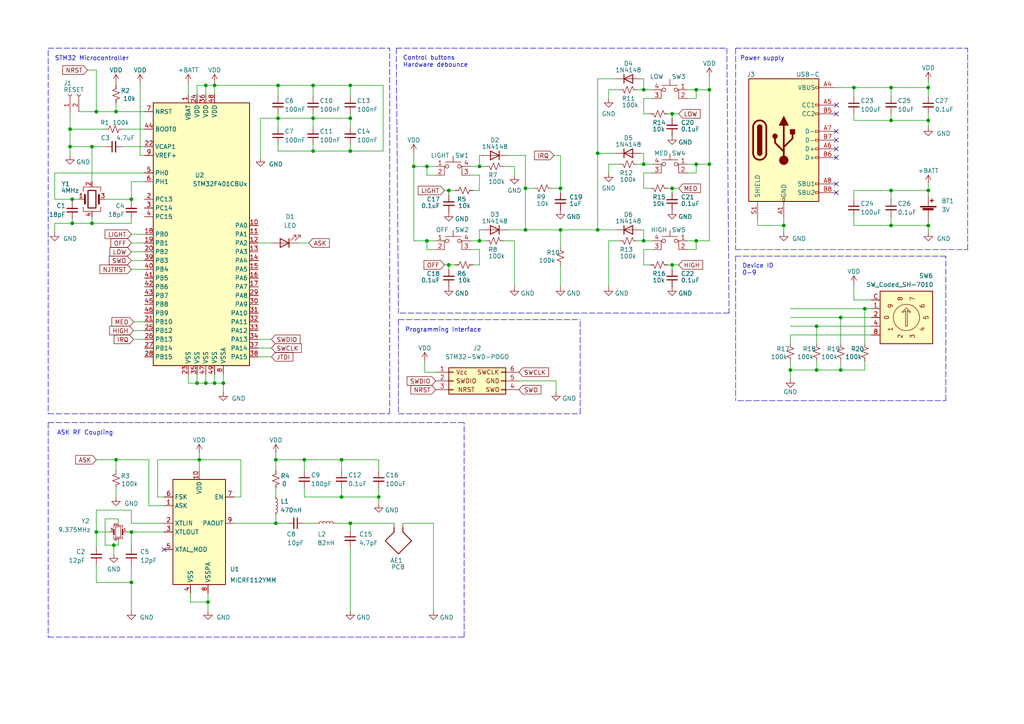
<source format=kicad_sch>
(kicad_sch (version 20211123) (generator eeschema)
  (paper "A4")
  (title_block (title "Holworthy Fan Remote") (date "2022-08-22") (rev "1") (company "matei repair lab"))
  (junction (at 258.445 55.245))
  (junction (at 162.56 66.675))
  (junction (at 20.955 64.77))
  (junction (at 247.65 25.4))
  (junction (at 101.6 43.815))
  (junction (at 201.93 47.625))
  (junction (at 205.74 47.625))
  (junction (at 80.01 133.35))
  (junction (at 186.69 47.625))
  (junction (at 101.6 24.765))
  (junction (at 258.445 65.405))
  (junction (at 258.445 34.925))
  (junction (at 269.24 25.4))
  (junction (at 90.805 43.815))
  (junction (at 236.855 107.315))
  (junction (at 227.33 65.405))
  (junction (at 109.855 144.145))
  (junction (at 62.23 111.125))
  (junction (at 139.065 48.26))
  (junction (at 194.945 54.61))
  (junction (at 130.175 76.835))
  (junction (at 99.06 133.35))
  (junction (at 162.56 54.61))
  (junction (at 80.645 34.29))
  (junction (at 201.93 26.035))
  (junction (at 229.235 107.315))
  (junction (at 201.93 69.85))
  (junction (at 194.945 33.02))
  (junction (at 194.945 76.835))
  (junction (at 88.265 133.35))
  (junction (at 59.69 111.125))
  (junction (at 26.67 64.77))
  (junction (at 33.655 32.385))
  (junction (at 80.645 24.765))
  (junction (at 130.175 55.245))
  (junction (at 27.94 32.385))
  (junction (at 59.69 24.765))
  (junction (at 243.84 92.075))
  (junction (at 57.15 111.125))
  (junction (at 120.015 48.26))
  (junction (at 62.23 24.765))
  (junction (at 186.69 26.035))
  (junction (at 20.32 42.545))
  (junction (at 123.825 48.26))
  (junction (at 20.955 57.785))
  (junction (at 26.67 42.545))
  (junction (at 90.805 34.29))
  (junction (at 173.355 44.45))
  (junction (at 57.785 133.35))
  (junction (at 80.01 151.765))
  (junction (at 101.6 34.29))
  (junction (at 33.655 133.35))
  (junction (at 236.855 94.615))
  (junction (at 101.6 151.765))
  (junction (at 186.69 69.85))
  (junction (at 139.065 69.85))
  (junction (at 269.24 34.925))
  (junction (at 38.1 168.91))
  (junction (at 33.02 158.115))
  (junction (at 269.24 55.245))
  (junction (at 243.84 107.315))
  (junction (at 123.825 69.85))
  (junction (at 20.32 37.465))
  (junction (at 250.825 89.535))
  (junction (at 90.805 24.765))
  (junction (at 173.355 66.675))
  (junction (at 27.94 154.305))
  (junction (at 60.325 174.625))
  (junction (at 205.74 26.035))
  (junction (at 38.1 57.785))
  (junction (at 64.77 111.125))
  (junction (at 258.445 25.4))
  (junction (at 152.4 66.675))
  (junction (at 269.24 65.405))
  (junction (at 38.1 154.305))
  (junction (at 152.4 54.61))
  (junction (at 99.06 144.145))
  (no_connect (at 242.57 55.88))
  (no_connect (at 242.57 53.34))
  (no_connect (at 242.57 40.64))
  (no_connect (at 242.57 38.1))
  (no_connect (at 242.57 43.18))
  (no_connect (at 242.57 45.72))
  (no_connect (at 47.625 159.385))
  (no_connect (at 242.57 33.02))
  (no_connect (at 242.57 30.48))
  (wire (pts (xy 205.74 26.035) (xy 201.93 26.035)))
  (wire (pts (xy 193.675 54.61) (xy 194.945 54.61)))
  (wire (pts (xy 20.955 64.77) (xy 15.875 64.77)))
  (wire (pts (xy 243.84 104.775) (xy 243.84 107.315)))
  (wire (pts (xy 227.33 65.405) (xy 227.33 63.5)))
  (wire (pts (xy 101.6 41.91) (xy 101.6 43.815)))
  (wire (pts (xy 80.645 41.91) (xy 80.645 43.815)))
  (wire (pts (xy 229.235 97.155) (xy 229.235 99.695)))
  (wire (pts (xy 247.65 55.245) (xy 258.445 55.245)))
  (wire (pts (xy 38.1 154.305) (xy 47.625 154.305)))
  (wire (pts (xy 219.71 63.5) (xy 219.71 65.405)))
  (wire (pts (xy 74.93 98.425) (xy 78.74 98.425)))
  (wire (pts (xy 258.445 62.865) (xy 258.445 65.405)))
  (wire (pts (xy 101.6 151.765) (xy 101.6 153.67)))
  (wire (pts (xy 179.705 69.85) (xy 176.53 69.85)))
  (wire (pts (xy 33.655 133.35) (xy 43.18 133.35)))
  (wire (pts (xy 149.225 69.85) (xy 149.225 83.185)))
  (wire (pts (xy 80.01 133.35) (xy 80.01 136.525)))
  (wire (pts (xy 26.67 42.545) (xy 30.48 42.545)))
  (wire (pts (xy 186.69 54.61) (xy 188.595 54.61)))
  (wire (pts (xy 80.645 24.765) (xy 90.805 24.765)))
  (wire (pts (xy 136.525 72.39) (xy 139.065 72.39)))
  (wire (pts (xy 258.445 25.4) (xy 269.24 25.4)))
  (wire (pts (xy 139.065 48.26) (xy 140.97 48.26)))
  (polyline (pts (xy 213.36 72.39) (xy 280.67 72.39)))
  (wire (pts (xy 189.23 72.39) (xy 186.69 72.39)))
  (wire (pts (xy 101.6 34.29) (xy 101.6 36.83)))
  (wire (pts (xy 252.73 89.535) (xy 250.825 89.535)))
  (wire (pts (xy 247.65 25.4) (xy 247.65 27.94)))
  (wire (pts (xy 199.39 50.165) (xy 201.93 50.165)))
  (wire (pts (xy 67.945 151.765) (xy 80.01 151.765)))
  (polyline (pts (xy 168.275 120.015) (xy 168.275 92.71)))
  (polyline (pts (xy 114.935 13.97) (xy 115.57 90.805)))
  (wire (pts (xy 38.1 58.42) (xy 38.1 57.785)))
  (wire (pts (xy 186.69 69.85) (xy 186.69 66.675)))
  (wire (pts (xy 188.595 76.835) (xy 186.69 76.835)))
  (polyline (pts (xy 13.97 13.97) (xy 113.03 13.97)))
  (wire (pts (xy 38.1 70.485) (xy 41.91 70.485)))
  (wire (pts (xy 258.445 33.02) (xy 258.445 34.925)))
  (wire (pts (xy 186.69 44.45) (xy 186.055 44.45)))
  (wire (pts (xy 75.565 34.29) (xy 75.565 45.72)))
  (wire (pts (xy 109.855 141.605) (xy 109.855 144.145)))
  (wire (pts (xy 54.61 108.585) (xy 54.61 111.125)))
  (wire (pts (xy 269.24 55.245) (xy 269.24 56.515)))
  (wire (pts (xy 40.64 24.13) (xy 40.64 45.085)))
  (wire (pts (xy 162.56 83.185) (xy 162.56 76.835)))
  (wire (pts (xy 27.94 154.305) (xy 27.94 147.955)))
  (wire (pts (xy 88.265 133.35) (xy 88.265 136.525)))
  (wire (pts (xy 27.94 133.35) (xy 33.655 133.35)))
  (wire (pts (xy 27.94 163.83) (xy 27.94 168.91)))
  (wire (pts (xy 269.24 25.4) (xy 269.24 27.94)))
  (wire (pts (xy 136.525 48.26) (xy 139.065 48.26)))
  (wire (pts (xy 236.855 94.615) (xy 236.855 99.695)))
  (wire (pts (xy 123.825 69.85) (xy 126.365 69.85)))
  (wire (pts (xy 30.48 150.495) (xy 30.48 158.115)))
  (wire (pts (xy 152.4 66.675) (xy 147.32 66.675)))
  (wire (pts (xy 60.325 174.625) (xy 60.325 177.165)))
  (wire (pts (xy 189.23 47.625) (xy 186.69 47.625)))
  (wire (pts (xy 123.825 48.26) (xy 126.365 48.26)))
  (polyline (pts (xy 113.03 120.015) (xy 113.03 13.97)))
  (wire (pts (xy 258.445 25.4) (xy 258.445 27.94)))
  (wire (pts (xy 247.65 65.405) (xy 247.65 62.865)))
  (wire (pts (xy 57.15 24.765) (xy 59.69 24.765)))
  (wire (pts (xy 201.93 28.575) (xy 201.93 26.035)))
  (wire (pts (xy 258.445 65.405) (xy 247.65 65.405)))
  (wire (pts (xy 35.56 37.465) (xy 41.91 37.465)))
  (wire (pts (xy 90.805 24.765) (xy 101.6 24.765)))
  (wire (pts (xy 139.065 55.245) (xy 137.16 55.245)))
  (wire (pts (xy 90.805 33.02) (xy 90.805 34.29)))
  (wire (pts (xy 99.06 133.35) (xy 99.06 136.525)))
  (wire (pts (xy 250.825 89.535) (xy 229.235 89.535)))
  (wire (pts (xy 99.06 141.605) (xy 99.06 144.145)))
  (wire (pts (xy 258.445 55.245) (xy 258.445 57.785)))
  (wire (pts (xy 160.655 45.085) (xy 162.56 45.085)))
  (wire (pts (xy 35.56 42.545) (xy 41.91 42.545)))
  (wire (pts (xy 99.06 133.35) (xy 109.855 133.35)))
  (wire (pts (xy 269.24 53.34) (xy 269.24 55.245)))
  (polyline (pts (xy 13.97 122.555) (xy 13.97 184.785)))
  (wire (pts (xy 269.24 65.405) (xy 258.445 65.405)))
  (wire (pts (xy 242.57 25.4) (xy 247.65 25.4)))
  (wire (pts (xy 74.93 103.505) (xy 78.74 103.505)))
  (wire (pts (xy 140.97 69.85) (xy 139.065 69.85)))
  (polyline (pts (xy 213.36 13.97) (xy 280.67 13.97)))
  (wire (pts (xy 186.69 26.035) (xy 184.785 26.035)))
  (wire (pts (xy 38.1 52.705) (xy 41.91 52.705)))
  (wire (pts (xy 74.93 100.965) (xy 78.74 100.965)))
  (wire (pts (xy 80.01 151.765) (xy 83.185 151.765)))
  (wire (pts (xy 80.645 34.29) (xy 90.805 34.29)))
  (wire (pts (xy 80.01 149.225) (xy 80.01 151.765)))
  (wire (pts (xy 101.6 158.75) (xy 101.6 177.165)))
  (wire (pts (xy 80.01 141.605) (xy 80.01 144.145)))
  (wire (pts (xy 41.91 45.085) (xy 40.64 45.085)))
  (wire (pts (xy 269.24 34.925) (xy 269.24 36.83)))
  (wire (pts (xy 15.875 50.165) (xy 41.91 50.165)))
  (wire (pts (xy 111.125 24.765) (xy 111.125 43.815)))
  (wire (pts (xy 189.23 50.165) (xy 186.69 50.165)))
  (wire (pts (xy 22.86 32.385) (xy 27.94 32.385)))
  (wire (pts (xy 101.6 151.765) (xy 114.3 151.765)))
  (wire (pts (xy 186.69 47.625) (xy 186.69 44.45)))
  (wire (pts (xy 136.525 50.8) (xy 139.065 50.8)))
  (wire (pts (xy 30.48 158.115) (xy 33.02 158.115)))
  (wire (pts (xy 189.23 26.035) (xy 186.69 26.035)))
  (wire (pts (xy 139.7 66.675) (xy 139.065 66.675)))
  (wire (pts (xy 201.93 69.85) (xy 199.39 69.85)))
  (wire (pts (xy 162.56 54.61) (xy 160.02 54.61)))
  (wire (pts (xy 33.02 158.115) (xy 34.29 158.115)))
  (polyline (pts (xy 213.36 13.97) (xy 213.36 72.39)))
  (wire (pts (xy 123.19 104.775) (xy 123.19 107.95)))
  (wire (pts (xy 54.61 111.125) (xy 57.15 111.125)))
  (wire (pts (xy 90.805 24.765) (xy 90.805 27.94)))
  (wire (pts (xy 88.265 141.605) (xy 88.265 144.145)))
  (wire (pts (xy 269.24 34.925) (xy 258.445 34.925)))
  (wire (pts (xy 62.23 111.125) (xy 64.77 111.125)))
  (wire (pts (xy 123.825 48.26) (xy 120.015 48.26)))
  (wire (pts (xy 258.445 55.245) (xy 269.24 55.245)))
  (wire (pts (xy 205.74 47.625) (xy 205.74 69.85)))
  (wire (pts (xy 27.94 168.91) (xy 38.1 168.91)))
  (wire (pts (xy 26.67 64.77) (xy 20.955 64.77)))
  (wire (pts (xy 247.65 82.55) (xy 247.65 86.995)))
  (wire (pts (xy 247.65 33.02) (xy 247.65 34.925)))
  (wire (pts (xy 243.84 92.075) (xy 243.84 99.695)))
  (wire (pts (xy 139.7 45.085) (xy 139.065 45.085)))
  (wire (pts (xy 80.01 131.445) (xy 80.01 133.35)))
  (wire (pts (xy 57.15 108.585) (xy 57.15 111.125)))
  (wire (pts (xy 150.495 110.49) (xy 161.29 110.49)))
  (wire (pts (xy 123.825 69.85) (xy 120.015 69.85)))
  (wire (pts (xy 130.175 76.835) (xy 130.175 78.105)))
  (wire (pts (xy 252.73 86.995) (xy 247.65 86.995)))
  (polyline (pts (xy 280.67 72.39) (xy 280.67 13.97)))
  (wire (pts (xy 130.175 55.245) (xy 128.905 55.245)))
  (wire (pts (xy 162.56 45.085) (xy 162.56 54.61)))
  (wire (pts (xy 57.785 133.35) (xy 57.785 136.525)))
  (wire (pts (xy 186.69 33.02) (xy 186.69 28.575)))
  (wire (pts (xy 25.4 20.32) (xy 27.94 20.32)))
  (wire (pts (xy 30.48 57.785) (xy 38.1 57.785)))
  (wire (pts (xy 139.065 48.26) (xy 139.065 45.085)))
  (wire (pts (xy 178.435 66.675) (xy 173.355 66.675)))
  (wire (pts (xy 31.75 154.305) (xy 27.94 154.305)))
  (wire (pts (xy 15.875 57.785) (xy 15.875 50.165)))
  (wire (pts (xy 186.69 47.625) (xy 184.785 47.625)))
  (wire (pts (xy 162.56 66.675) (xy 162.56 71.755)))
  (wire (pts (xy 194.945 33.02) (xy 194.945 34.29)))
  (wire (pts (xy 236.855 94.615) (xy 229.235 94.615)))
  (wire (pts (xy 199.39 28.575) (xy 201.93 28.575)))
  (wire (pts (xy 130.175 76.835) (xy 132.08 76.835)))
  (wire (pts (xy 57.785 133.35) (xy 69.85 133.35)))
  (wire (pts (xy 130.175 55.245) (xy 130.175 56.515)))
  (wire (pts (xy 194.945 76.835) (xy 194.945 78.105)))
  (wire (pts (xy 186.69 26.035) (xy 186.69 22.86)))
  (wire (pts (xy 128.905 76.835) (xy 130.175 76.835)))
  (polyline (pts (xy 13.97 14.605) (xy 13.97 120.015)))
  (wire (pts (xy 194.945 33.02) (xy 193.675 33.02)))
  (wire (pts (xy 34.29 151.765) (xy 34.29 150.495)))
  (wire (pts (xy 27.94 147.955) (xy 38.1 147.955)))
  (wire (pts (xy 252.73 94.615) (xy 236.855 94.615)))
  (wire (pts (xy 139.065 66.675) (xy 139.065 69.85)))
  (wire (pts (xy 120.015 48.26) (xy 120.015 69.85)))
  (wire (pts (xy 101.6 24.765) (xy 111.125 24.765)))
  (wire (pts (xy 173.355 66.675) (xy 162.56 66.675)))
  (polyline (pts (xy 134.62 184.785) (xy 134.62 122.555)))
  (wire (pts (xy 186.69 33.02) (xy 188.595 33.02)))
  (wire (pts (xy 20.32 42.545) (xy 20.32 45.085)))
  (wire (pts (xy 193.675 76.835) (xy 194.945 76.835)))
  (wire (pts (xy 186.69 50.165) (xy 186.69 54.61)))
  (wire (pts (xy 250.825 89.535) (xy 250.825 99.695)))
  (wire (pts (xy 57.15 24.765) (xy 57.15 27.305)))
  (wire (pts (xy 90.805 34.29) (xy 90.805 36.83)))
  (wire (pts (xy 45.72 133.35) (xy 57.785 133.35)))
  (wire (pts (xy 154.94 54.61) (xy 152.4 54.61)))
  (wire (pts (xy 60.325 174.625) (xy 60.325 172.085)))
  (wire (pts (xy 27.94 20.32) (xy 27.94 32.385)))
  (wire (pts (xy 62.23 108.585) (xy 62.23 111.125)))
  (wire (pts (xy 15.875 64.77) (xy 15.875 67.31)))
  (wire (pts (xy 229.235 107.315) (xy 229.235 104.775)))
  (wire (pts (xy 38.1 168.91) (xy 38.1 177.165)))
  (polyline (pts (xy 274.32 74.295) (xy 213.36 74.295)))
  (wire (pts (xy 101.6 33.02) (xy 101.6 34.29)))
  (wire (pts (xy 20.955 57.785) (xy 15.875 57.785)))
  (wire (pts (xy 20.32 32.385) (xy 20.32 37.465)))
  (wire (pts (xy 247.65 25.4) (xy 258.445 25.4)))
  (wire (pts (xy 125.73 151.765) (xy 125.73 177.165)))
  (wire (pts (xy 219.71 65.405) (xy 227.33 65.405)))
  (wire (pts (xy 20.32 37.465) (xy 20.32 42.545)))
  (wire (pts (xy 36.83 154.305) (xy 38.1 154.305)))
  (wire (pts (xy 179.705 47.625) (xy 176.53 47.625)))
  (wire (pts (xy 101.6 43.815) (xy 111.125 43.815)))
  (wire (pts (xy 201.93 72.39) (xy 201.93 69.85)))
  (wire (pts (xy 229.235 107.315) (xy 229.235 109.855)))
  (wire (pts (xy 126.365 50.8) (xy 123.825 50.8)))
  (wire (pts (xy 152.4 45.085) (xy 147.32 45.085)))
  (wire (pts (xy 123.19 107.95) (xy 126.365 107.95)))
  (wire (pts (xy 34.29 158.115) (xy 34.29 156.845)))
  (wire (pts (xy 139.065 50.8) (xy 139.065 55.245)))
  (wire (pts (xy 45.72 144.145) (xy 45.72 133.35)))
  (wire (pts (xy 80.645 34.29) (xy 75.565 34.29)))
  (polyline (pts (xy 115.57 92.71) (xy 168.275 92.71)))
  (wire (pts (xy 38.1 151.765) (xy 47.625 151.765)))
  (wire (pts (xy 146.05 69.85) (xy 149.225 69.85)))
  (wire (pts (xy 80.01 133.35) (xy 88.265 133.35)))
  (wire (pts (xy 243.84 92.075) (xy 229.235 92.075)))
  (wire (pts (xy 74.93 70.485) (xy 78.74 70.485)))
  (polyline (pts (xy 13.97 120.015) (xy 113.03 120.015)))
  (wire (pts (xy 59.69 108.585) (xy 59.69 111.125)))
  (wire (pts (xy 69.85 144.145) (xy 67.945 144.145)))
  (wire (pts (xy 252.73 97.155) (xy 229.235 97.155)))
  (wire (pts (xy 201.93 26.035) (xy 199.39 26.035)))
  (wire (pts (xy 250.825 104.775) (xy 250.825 107.315)))
  (polyline (pts (xy 211.455 90.805) (xy 115.57 90.805)))
  (wire (pts (xy 64.77 111.125) (xy 64.77 108.585)))
  (wire (pts (xy 196.85 33.02) (xy 194.945 33.02)))
  (wire (pts (xy 126.365 72.39) (xy 123.825 72.39)))
  (polyline (pts (xy 115.57 120.015) (xy 168.275 120.015)))
  (wire (pts (xy 43.18 146.685) (xy 47.625 146.685)))
  (wire (pts (xy 86.36 70.485) (xy 89.535 70.485)))
  (wire (pts (xy 59.69 24.765) (xy 59.69 27.305)))
  (wire (pts (xy 146.05 48.26) (xy 149.225 48.26)))
  (wire (pts (xy 205.74 22.225) (xy 205.74 26.035)))
  (wire (pts (xy 186.69 69.85) (xy 184.785 69.85)))
  (wire (pts (xy 80.645 34.29) (xy 80.645 36.83)))
  (wire (pts (xy 38.1 154.305) (xy 38.1 158.75)))
  (wire (pts (xy 139.065 76.835) (xy 139.065 72.39)))
  (wire (pts (xy 152.4 54.61) (xy 152.4 66.675)))
  (wire (pts (xy 38.1 57.785) (xy 38.1 52.705)))
  (wire (pts (xy 149.225 48.26) (xy 149.225 50.8)))
  (wire (pts (xy 80.645 43.815) (xy 90.805 43.815)))
  (wire (pts (xy 20.32 42.545) (xy 26.67 42.545)))
  (wire (pts (xy 43.18 146.685) (xy 43.18 133.35)))
  (wire (pts (xy 189.23 69.85) (xy 186.69 69.85)))
  (wire (pts (xy 227.33 65.405) (xy 227.33 67.31)))
  (wire (pts (xy 132.08 55.245) (xy 130.175 55.245)))
  (wire (pts (xy 26.67 42.545) (xy 26.67 52.705)))
  (polyline (pts (xy 213.995 116.205) (xy 274.32 116.205)))
  (wire (pts (xy 38.1 75.565) (xy 41.91 75.565)))
  (wire (pts (xy 97.155 151.765) (xy 101.6 151.765)))
  (wire (pts (xy 38.1 168.91) (xy 38.1 163.83)))
  (wire (pts (xy 99.06 144.145) (xy 88.265 144.145)))
  (wire (pts (xy 62.23 24.13) (xy 62.23 24.765)))
  (polyline (pts (xy 13.97 122.555) (xy 134.62 122.555)))
  (wire (pts (xy 152.4 45.085) (xy 152.4 54.61)))
  (wire (pts (xy 186.69 76.835) (xy 186.69 72.39)))
  (wire (pts (xy 90.805 34.29) (xy 101.6 34.29)))
  (wire (pts (xy 258.445 34.925) (xy 247.65 34.925)))
  (wire (pts (xy 38.1 147.955) (xy 38.1 151.765)))
  (wire (pts (xy 205.74 26.035) (xy 205.74 47.625)))
  (wire (pts (xy 47.625 144.145) (xy 45.72 144.145)))
  (wire (pts (xy 57.785 131.445) (xy 57.785 133.35)))
  (wire (pts (xy 176.53 69.85) (xy 176.53 83.185)))
  (wire (pts (xy 80.645 24.765) (xy 80.645 27.94)))
  (wire (pts (xy 123.825 50.8) (xy 123.825 48.26)))
  (polyline (pts (xy 210.82 13.97) (xy 211.455 90.805)))
  (wire (pts (xy 88.265 133.35) (xy 99.06 133.35)))
  (wire (pts (xy 55.245 172.085) (xy 55.245 174.625)))
  (wire (pts (xy 109.855 144.145) (xy 109.855 146.05)))
  (wire (pts (xy 22.86 57.785) (xy 20.955 57.785)))
  (wire (pts (xy 26.67 64.77) (xy 38.1 64.77)))
  (wire (pts (xy 139.065 76.835) (xy 137.16 76.835)))
  (wire (pts (xy 179.705 26.035) (xy 176.53 26.035)))
  (wire (pts (xy 236.855 107.315) (xy 229.235 107.315)))
  (wire (pts (xy 162.56 54.61) (xy 162.56 55.88)))
  (wire (pts (xy 189.23 28.575) (xy 186.69 28.575)))
  (wire (pts (xy 33.655 133.35) (xy 33.655 136.525)))
  (wire (pts (xy 20.955 58.42) (xy 20.955 57.785)))
  (wire (pts (xy 38.1 78.105) (xy 41.91 78.105)))
  (wire (pts (xy 186.69 22.86) (xy 186.055 22.86)))
  (wire (pts (xy 69.85 133.35) (xy 69.85 144.145)))
  (wire (pts (xy 59.69 24.765) (xy 62.23 24.765)))
  (wire (pts (xy 173.355 22.86) (xy 173.355 44.45)))
  (wire (pts (xy 269.24 65.405) (xy 269.24 67.31)))
  (wire (pts (xy 59.69 111.125) (xy 62.23 111.125)))
  (wire (pts (xy 62.23 24.765) (xy 62.23 27.305)))
  (wire (pts (xy 62.23 24.765) (xy 80.645 24.765)))
  (wire (pts (xy 201.93 50.165) (xy 201.93 47.625)))
  (wire (pts (xy 123.825 72.39) (xy 123.825 69.85)))
  (wire (pts (xy 201.93 47.625) (xy 199.39 47.625)))
  (wire (pts (xy 27.94 32.385) (xy 33.655 32.385)))
  (wire (pts (xy 80.645 33.02) (xy 80.645 34.29)))
  (wire (pts (xy 109.855 133.35) (xy 109.855 136.525)))
  (polyline (pts (xy 274.32 116.205) (xy 274.32 74.295)))
  (wire (pts (xy 88.265 151.765) (xy 92.075 151.765)))
  (polyline (pts (xy 114.935 13.97) (xy 210.82 13.97)))
  (wire (pts (xy 55.245 174.625) (xy 60.325 174.625)))
  (wire (pts (xy 162.56 66.675) (xy 152.4 66.675)))
  (wire (pts (xy 26.67 64.77) (xy 26.67 62.865)))
  (wire (pts (xy 109.855 144.145) (xy 99.06 144.145)))
  (wire (pts (xy 38.735 98.425) (xy 41.91 98.425)))
  (wire (pts (xy 64.77 111.125) (xy 64.77 113.665)))
  (wire (pts (xy 236.855 104.775) (xy 236.855 107.315)))
  (wire (pts (xy 139.065 69.85) (xy 136.525 69.85)))
  (wire (pts (xy 178.435 22.86) (xy 173.355 22.86)))
  (wire (pts (xy 178.435 44.45) (xy 173.355 44.45)))
  (wire (pts (xy 269.24 64.135) (xy 269.24 65.405)))
  (wire (pts (xy 90.805 41.91) (xy 90.805 43.815)))
  (wire (pts (xy 252.73 92.075) (xy 243.84 92.075)))
  (wire (pts (xy 38.735 95.885) (xy 41.91 95.885)))
  (wire (pts (xy 27.94 154.305) (xy 27.94 158.75)))
  (wire (pts (xy 90.805 43.815) (xy 101.6 43.815)))
  (wire (pts (xy 33.02 158.115) (xy 33.02 160.655)))
  (wire (pts (xy 173.355 44.45) (xy 173.355 66.675)))
  (wire (pts (xy 199.39 72.39) (xy 201.93 72.39)))
  (wire (pts (xy 186.69 66.675) (xy 186.055 66.675)))
  (wire (pts (xy 194.945 76.835) (xy 196.85 76.835)))
  (wire (pts (xy 34.29 150.495) (xy 30.48 150.495)))
  (wire (pts (xy 38.1 64.77) (xy 38.1 63.5)))
  (wire (pts (xy 116.84 151.765) (xy 125.73 151.765)))
  (polyline (pts (xy 115.57 92.71) (xy 115.57 120.015)))
  (wire (pts (xy 33.655 29.845) (xy 33.655 32.385)))
  (wire (pts (xy 120.015 44.45) (xy 120.015 48.26)))
  (wire (pts (xy 205.74 69.85) (xy 201.93 69.85)))
  (polyline (pts (xy 13.97 184.785) (xy 134.62 184.785)))
  (wire (pts (xy 20.955 64.77) (xy 20.955 63.5)))
  (wire (pts (xy 33.655 141.605) (xy 33.655 144.145)))
  (wire (pts (xy 194.945 54.61) (xy 196.85 54.61)))
  (wire (pts (xy 194.945 54.61) (xy 194.945 55.88)))
  (wire (pts (xy 57.15 111.125) (xy 59.69 111.125)))
  (wire (pts (xy 205.74 47.625) (xy 201.93 47.625)))
  (wire (pts (xy 176.53 26.035) (xy 176.53 28.575)))
  (wire (pts (xy 243.84 107.315) (xy 236.855 107.315)))
  (wire (pts (xy 101.6 24.765) (xy 101.6 27.94)))
  (wire (pts (xy 176.53 47.625) (xy 176.53 50.165)))
  (wire (pts (xy 161.29 110.49) (xy 161.29 113.665)))
  (polyline (pts (xy 213.36 74.295) (xy 213.36 116.205)))
  (wire (pts (xy 38.735 93.345) (xy 41.91 93.345)))
  (wire (pts (xy 269.24 33.02) (xy 269.24 34.925)))
  (wire (pts (xy 20.32 37.465) (xy 30.48 37.465)))
  (wire (pts (xy 54.61 24.13) (xy 54.61 27.305)))
  (wire (pts (xy 269.24 23.495) (xy 269.24 25.4)))
  (wire (pts (xy 38.1 73.025) (xy 41.91 73.025)))
  (wire (pts (xy 41.91 32.385) (xy 33.655 32.385)))
  (wire (pts (xy 33.655 24.13) (xy 33.655 24.765)))
  (wire (pts (xy 250.825 107.315) (xy 243.84 107.315)))
  (wire (pts (xy 38.1 67.945) (xy 41.91 67.945)))
  (wire (pts (xy 247.65 57.785) (xy 247.65 55.245)))
  (text "Device ID\n0-9" (at 215.265 80.01 0) (effects (font (size 1.27 1.27)) (justify left bottom)))
  (text "Power supply" (at 214.63 17.78 0) (effects (font (size 1.27 1.27)) (justify left bottom)))
  (text "STM32 Microcontroller" (at 15.875 17.78 0) (effects (font (size 1.27 1.27)) (justify left bottom)))
  (text "ASK RF Coupling" (at 16.51 126.365 0) (effects (font (size 1.27 1.27)) (justify left bottom)))
  (text "Programming Interface" (at 117.475 96.52 0) (effects (font (size 1.27 1.27)) (justify left bottom)))
  (text "Control buttons\nHardware debounce\n" (at 116.84 19.685 0) (effects (font (size 1.27 1.27)) (justify left bottom)))
  (global_label "NRST" (shape input) (at 126.365 113.03 180) (property "Intersheet References" "${INTERSHEET_REFS}" (effects hide)))
  (global_label "JTDI" (shape input) (at 78.74 103.505 0) (property "Intersheet References" "${INTERSHEET_REFS}" (effects hide)))
  (global_label "MED" (shape input) (at 38.735 93.345 180) (property "Intersheet References" "${INTERSHEET_REFS}" (effects hide)))
  (global_label "IRQ" (shape input) (at 160.655 45.085 180) (property "Intersheet References" "${INTERSHEET_REFS}" (effects hide)))
  (global_label "LIGHT" (shape input) (at 38.1 67.945 180) (property "Intersheet References" "${INTERSHEET_REFS}" (effects hide)))
  (global_label "SWDIO" (shape input) (at 126.365 110.49 180) (property "Intersheet References" "${INTERSHEET_REFS}" (effects hide)))
  (global_label "IRQ" (shape input) (at 38.735 98.425 180) (property "Intersheet References" "${INTERSHEET_REFS}" (effects hide)))
  (global_label "NJTRST" (shape input) (at 38.1 78.105 180) (property "Intersheet References" "${INTERSHEET_REFS}" (effects hide)))
  (global_label "SWDIO" (shape input) (at 78.74 98.425 0) (property "Intersheet References" "${INTERSHEET_REFS}" (effects hide)))
  (global_label "MED" (shape input) (at 196.85 54.61 0) (property "Intersheet References" "${INTERSHEET_REFS}" (effects hide)))
  (global_label "OFF" (shape input) (at 38.1 70.485 180) (property "Intersheet References" "${INTERSHEET_REFS}" (effects hide)))
  (global_label "LIGHT" (shape input) (at 128.905 55.245 180) (property "Intersheet References" "${INTERSHEET_REFS}" (effects hide)))
  (global_label "SWO" (shape input) (at 150.495 113.03 0) (property "Intersheet References" "${INTERSHEET_REFS}" (effects hide)))
  (global_label "SWCLK" (shape input) (at 78.74 100.965 0) (property "Intersheet References" "${INTERSHEET_REFS}" (effects hide)))
  (global_label "HIGH" (shape input) (at 196.85 76.835 0) (property "Intersheet References" "${INTERSHEET_REFS}" (effects hide)))
  (global_label "SWO" (shape input) (at 38.1 75.565 180) (property "Intersheet References" "${INTERSHEET_REFS}" (effects hide)))
  (global_label "HIGH" (shape input) (at 38.735 95.885 180) (property "Intersheet References" "${INTERSHEET_REFS}" (effects hide)))
  (global_label "LOW" (shape input) (at 38.1 73.025 180) (property "Intersheet References" "${INTERSHEET_REFS}" (effects hide)))
  (global_label "NRST" (shape input) (at 25.4 20.32 180) (property "Intersheet References" "${INTERSHEET_REFS}" (effects hide)))
  (global_label "ASK" (shape input) (at 89.535 70.485 0) (property "Intersheet References" "${INTERSHEET_REFS}" (effects hide)))
  (global_label "LOW" (shape input) (at 196.85 33.02 0) (property "Intersheet References" "${INTERSHEET_REFS}" (effects hide)))
  (global_label "SWCLK" (shape input) (at 150.495 107.95 0) (property "Intersheet References" "${INTERSHEET_REFS}" (effects hide)))
  (global_label "ASK" (shape input) (at 27.94 133.35 180) (property "Intersheet References" "${INTERSHEET_REFS}" (effects hide)))
  (global_label "OFF" (shape input) (at 128.905 76.835 180) (property "Intersheet References" "${INTERSHEET_REFS}" (effects hide)))
  (symbol (lib_id "Device:R_Small_US") (at 80.01 139.065 0) (mirror y) (unit 1)
    (property "Reference" "R4" (at 84.074 138.049 0) (effects (justify left)))
    (property "Value" "0" (at 83.185 140.335 0) (effects (justify left)))
    (property "Footprint" "Resistor_SMD:R_0603_1608Metric" (effects hide))
  )
  (symbol (lib_id "Device:R_Small_US") (at 33.655 27.305 0) (mirror y) (unit 1)
    (property "Reference" "R2" (at 37.719 26.289 0) (effects (justify left)))
    (property "Value" "10k" (at 39.37 28.575 0) (effects (justify left)))
    (property "Footprint" "Resistor_SMD:R_0603_1608Metric" (effects hide))
  )
  (symbol (lib_id "matei:STM32-SWD-POGO") (at 137.795 110.49 0) (unit 1)
    (property "Reference" "J2" (at 138.43 100.965 0))
    (property "Value" "STM32-SWD-POGO" (at 138.43 103.505 0))
    (property "Footprint" "matei:SWD_pogo_landing" (effects hide))
  )
  (symbol (lib_id "Switch:SW_MEC_5E") (at 194.31 50.165 0) (mirror y) (unit 1)
    (property "Reference" "SW4" (at 196.85 44.45 0))
    (property "Value" "MED" (at 191.77 44.45 0))
    (property "Footprint" "matei:PTS526 SKG15 SMTR2 LFS" (effects hide))
    (property "Datasheet" "http://www.apem.com/int/index.php?controller=attachment&id_attachment=1371" (effects hide))
  )
  (symbol (lib_id "Device:R_Small_US") (at 182.245 26.035 270) (mirror x) (unit 1)
    (property "Reference" "R11" (at 180.34 28.575 90) (effects (justify left)))
    (property "Value" "100k" (at 180.34 30.48 90) (effects (justify left)))
    (property "Footprint" "Resistor_SMD:R_0603_1608Metric" (effects hide))
  )
  (symbol (lib_id "Device:C_Small") (at 130.175 59.055 0) (mirror x) (unit 1)
    (property "Reference" "C17" (at 127.635 57.785 0) (effects (justify right)))
    (property "Value" "0.1uF" (at 127.635 59.69 0) (effects (justify right)))
    (property "Footprint" "Capacitor_SMD:C_0603_1608Metric" (effects hide))
  )
  (symbol (lib_id "power:GND") (at 269.24 67.31 0) (mirror y) (unit 1)
    (property "Reference" "#PWR039" (effects hide))
    (property "Value" "GND" (at 273.685 69.215 0))
  )
  (symbol (lib_id "power:GND") (at 229.235 109.855 0) (unit 1)
    (property "Reference" "#PWR034" (effects hide))
    (property "Value" "GND" (at 229.235 113.665 0))
  )
  (symbol (lib_id "Device:R_Small_US") (at 229.235 102.235 0) (unit 1)
    (property "Reference" "R17" (at 225.171 101.219 0) (effects (justify left)))
    (property "Value" "100k" (at 223.52 103.505 0) (effects (justify left)))
    (property "Footprint" "Resistor_SMD:R_0603_1608Metric" (effects hide))
  )
  (symbol (lib_id "Device:R_Small_US") (at 191.135 76.835 270) (mirror x) (unit 1)
    (property "Reference" "R16" (at 189.23 79.375 90) (effects (justify left)))
    (property "Value" "10k" (at 189.23 81.28 90) (effects (justify left)))
    (property "Footprint" "Resistor_SMD:R_0603_1608Metric" (effects hide))
  )
  (symbol (lib_id "Device:C_Small") (at 162.56 58.42 180) (unit 1)
    (property "Reference" "C19" (at 165.1 57.15 0) (effects (justify right)))
    (property "Value" "1uF" (at 165.1 59.055 0) (effects (justify right)))
    (property "Footprint" "Capacitor_SMD:C_0603_1608Metric" (effects hide))
  )
  (symbol (lib_id "Device:R_Small_US") (at 134.62 55.245 90) (unit 1)
    (property "Reference" "R5" (at 135.255 57.785 90) (effects (justify left)))
    (property "Value" "10k" (at 136.525 59.69 90) (effects (justify left)))
    (property "Footprint" "Resistor_SMD:R_0603_1608Metric" (effects hide))
  )
  (symbol (lib_id "power:VDD") (at 62.23 24.13 0) (unit 1)
    (property "Reference" "#PWR011" (effects hide))
    (property "Value" "VDD" (at 62.23 20.32 0))
  )
  (symbol (lib_id "Device:C_Small") (at 38.1 161.29 180) (unit 1)
    (property "Reference" "C5" (at 40.64 160.0135 0) (effects (justify right)))
    (property "Value" "12pF" (at 40.64 162.5535 0) (effects (justify right)))
    (property "Footprint" "Capacitor_SMD:C_0603_1608Metric" (effects hide))
  )
  (symbol (lib_id "Device:R_Small_US") (at 143.51 48.26 270) (mirror x) (unit 1)
    (property "Reference" "R7" (at 141.605 50.8 90) (effects (justify left)))
    (property "Value" "100k" (at 141.605 52.705 90) (effects (justify left)))
    (property "Footprint" "Resistor_SMD:R_0603_1608Metric" (effects hide))
  )
  (symbol (lib_id "Device:C_Small") (at 194.945 36.83 180) (unit 1)
    (property "Reference" "C20" (at 197.485 35.56 0) (effects (justify right)))
    (property "Value" "0.1uF" (at 197.485 37.465 0) (effects (justify right)))
    (property "Footprint" "Capacitor_SMD:C_0603_1608Metric" (effects hide))
  )
  (symbol (lib_id "Device:R_Small_US") (at 162.56 74.295 0) (unit 1)
    (property "Reference" "R10" (at 158.496 73.279 0) (effects (justify left)))
    (property "Value" "100k" (at 156.21 75.565 0) (effects (justify left)))
    (property "Footprint" "Resistor_SMD:R_0603_1608Metric" (effects hide))
  )
  (symbol (lib_id "Device:L_Small") (at 80.01 146.685 0) (mirror x) (unit 1)
    (property "Reference" "L1" (at 83.82 145.415 0) (effects (justify right)))
    (property "Value" "470nH" (at 87.63 147.955 0) (effects (justify right)))
    (property "Footprint" "Inductor_SMD:L_0603_1608Metric" (effects hide))
  )
  (symbol (lib_id "power:GND") (at 176.53 28.575 0) (mirror y) (unit 1)
    (property "Reference" "#PWR026" (effects hide))
    (property "Value" "GND" (at 176.53 33.02 0))
  )
  (symbol (lib_id "Device:R_Small_US") (at 134.62 76.835 90) (unit 1)
    (property "Reference" "R6" (at 135.255 79.375 90) (effects (justify left)))
    (property "Value" "10k" (at 136.525 81.28 90) (effects (justify left)))
    (property "Footprint" "Resistor_SMD:R_0603_1608Metric" (effects hide))
  )
  (symbol (lib_id "Device:C_Small") (at 90.805 39.37 180) (unit 1)
    (property "Reference" "C11" (at 92.71 38.1 0) (effects (justify right)))
    (property "Value" "100nF" (at 92.71 40.64 0) (effects (justify right)))
    (property "Footprint" "Capacitor_SMD:C_0603_1608Metric" (effects hide))
  )
  (symbol (lib_id "Device:C_Small") (at 130.175 80.645 0) (mirror x) (unit 1)
    (property "Reference" "C18" (at 127.635 79.375 0) (effects (justify right)))
    (property "Value" "0.1uF" (at 127.635 81.28 0) (effects (justify right)))
    (property "Footprint" "Capacitor_SMD:C_0603_1608Metric" (effects hide))
  )
  (symbol (lib_id "Device:C_Small") (at 194.945 58.42 180) (unit 1)
    (property "Reference" "C21" (at 197.485 57.15 0) (effects (justify right)))
    (property "Value" "0.1uF" (at 197.485 59.055 0) (effects (justify right)))
    (property "Footprint" "Capacitor_SMD:C_0603_1608Metric" (effects hide))
  )
  (symbol (lib_id "power:GND") (at 38.1 177.165 0) (unit 1)
    (property "Reference" "#PWR06" (effects hide))
    (property "Value" "GND" (at 42.545 179.07 0))
  )
  (symbol (lib_id "power:GND") (at 130.175 83.185 0) (unit 1)
    (property "Reference" "#PWR020" (effects hide))
    (property "Value" "GND" (at 133.985 85.09 0))
  )
  (symbol (lib_id "power:VDD") (at 205.74 22.225 0) (mirror y) (unit 1)
    (property "Reference" "#PWR032" (effects hide))
    (property "Value" "VDD" (at 205.74 18.415 0))
  )
  (symbol (lib_id "Device:Antenna_Loop") (at 114.3 156.845 0) (mirror x) (unit 1)
    (property "Reference" "AE1" (at 116.84 162.56 0) (effects (justify right)))
    (property "Value" "PCB" (at 117.475 164.465 0) (effects (justify right)))
    (property "Footprint" "matei:antenna-300-500MHz" (effects hide))
  )
  (symbol (lib_id "Device:R_Small_US") (at 33.02 37.465 90) (unit 1)
    (property "Reference" "R1" (at 31.75 35.56 90) (effects (justify left)))
    (property "Value" "100k" (at 37.465 35.56 90) (effects (justify left)))
    (property "Footprint" "Resistor_SMD:R_0603_1608Metric" (effects hide))
  )
  (symbol (lib_id "power:GND") (at 20.32 45.085 0) (unit 1)
    (property "Reference" "#PWR02" (effects hide))
    (property "Value" "GND" (at 24.13 46.99 0))
  )
  (symbol (lib_id "Switch:SW_MEC_5E") (at 131.445 72.39 0) (unit 1)
    (property "Reference" "SW2" (at 133.985 66.675 0))
    (property "Value" "OFF" (at 128.27 66.675 0))
    (property "Footprint" "matei:PTS526 SKG15 SMTR2 LFS" (effects hide))
    (property "Datasheet" "http://www.apem.com/int/index.php?controller=attachment&id_attachment=1371" (effects hide))
  )
  (symbol (lib_id "power:VDD") (at 80.01 131.445 0) (unit 1)
    (property "Reference" "#PWR014" (effects hide))
    (property "Value" "VDD" (at 80.01 127.635 0))
  )
  (symbol (lib_id "Device:C_Small") (at 85.725 151.765 270) (unit 1)
    (property "Reference" "C8" (at 84.455 154.94 90))
    (property "Value" "10pF" (at 85.725 157.48 90))
    (property "Footprint" "Capacitor_SMD:C_0603_1608Metric" (effects hide))
  )
  (symbol (lib_id "power:GND") (at 125.73 177.165 0) (unit 1)
    (property "Reference" "#PWR0101" (effects hide))
    (property "Value" "GND" (at 129.54 179.07 0))
  )
  (symbol (lib_id "Device:D") (at 143.51 66.675 180) (unit 1)
    (property "Reference" "D3" (at 143.51 62.23 0))
    (property "Value" "1N4148" (at 143.51 64.135 0))
    (property "Footprint" "Diode_SMD:D_0603_1608Metric" (effects hide))
  )
  (symbol (lib_id "RF:MICRF112YMM") (at 57.785 154.305 0) (unit 1)
    (property "Reference" "U1" (at 66.675 165.1 0) (effects (justify left)))
    (property "Value" "MICRF112YMM" (at 66.675 168.275 0) (effects (justify left)))
    (property "Footprint" "Package_SO:MSOP-10_3x3mm_P0.5mm" (effects hide))
    (property "Datasheet" "http://ww1.microchip.com/downloads/en/DeviceDoc/MICRF112.pdf" (effects hide))
  )
  (symbol (lib_id "power:GND") (at 149.225 50.8 0) (unit 1)
    (property "Reference" "#PWR021" (effects hide))
    (property "Value" "GND" (at 149.225 55.245 0))
  )
  (symbol (lib_id "power:GND") (at 162.56 60.96 0) (unit 1)
    (property "Reference" "#PWR024" (effects hide))
    (property "Value" "GND" (at 166.37 62.865 0))
  )
  (symbol (lib_id "power:GND") (at 227.33 67.31 0) (unit 1)
    (property "Reference" "#PWR033" (effects hide))
    (property "Value" "GND" (at 231.775 69.215 0))
  )
  (symbol (lib_id "Device:R_Small_US") (at 191.135 33.02 270) (mirror x) (unit 1)
    (property "Reference" "R14" (at 189.23 35.56 90) (effects (justify left)))
    (property "Value" "10k" (at 189.23 37.465 90) (effects (justify left)))
    (property "Footprint" "Resistor_SMD:R_0603_1608Metric" (effects hide))
  )
  (symbol (lib_id "power:GND") (at 162.56 83.185 0) (unit 1)
    (property "Reference" "#PWR025" (effects hide))
    (property "Value" "GND" (at 166.37 85.09 0))
  )
  (symbol (lib_id "Device:R_Small_US") (at 243.84 102.235 0) (unit 1)
    (property "Reference" "R19" (at 239.776 101.219 0) (effects (justify left)))
    (property "Value" "100k" (at 238.125 103.505 0) (effects (justify left)))
    (property "Footprint" "Resistor_SMD:R_0603_1608Metric" (effects hide))
  )
  (symbol (lib_id "Device:C_Small") (at 101.6 39.37 180) (unit 1)
    (property "Reference" "C14" (at 103.505 38.1 0) (effects (justify right)))
    (property "Value" "100nF" (at 103.505 40.64 0) (effects (justify right)))
    (property "Footprint" "Capacitor_SMD:C_0603_1608Metric" (effects hide))
  )
  (symbol (lib_id "Device:C_Small") (at 258.445 60.325 0) (unit 1)
    (property "Reference" "C26" (at 260.35 59.055 0) (effects (justify left)))
    (property "Value" "0.1uF" (at 260.35 61.595 0) (effects (justify left)))
    (property "Footprint" "Capacitor_SMD:C_0603_1608Metric" (effects hide))
  )
  (symbol (lib_id "Device:C_Small") (at 38.1 60.96 0) (mirror x) (unit 1)
    (property "Reference" "C4" (at 36.195 59.69 0) (effects (justify right)))
    (property "Value" "18pF" (at 36.195 62.23 0) (effects (justify right)))
    (property "Footprint" "Capacitor_SMD:C_0603_1608Metric" (effects hide))
  )
  (symbol (lib_id "Connector:USB_C_Receptacle_USB2.0") (at 227.33 40.64 0) (unit 1)
    (property "Reference" "J3" (at 217.805 21.59 0))
    (property "Value" "USB-C" (at 234.315 21.59 0))
    (property "Footprint" "Connector_USB:USB_C_Receptacle_HRO_TYPE-C-31-M-12" (effects hide))
    (property "Datasheet" "https://www.usb.org/sites/default/files/documents/usb_type-c.zip" (effects hide))
  )
  (symbol (lib_id "Device:C_Small") (at 20.955 60.96 0) (mirror x) (unit 1)
    (property "Reference" "C1" (at 19.05 59.69 0) (effects (justify right)))
    (property "Value" "18pF" (at 19.05 62.23 0) (effects (justify right)))
    (property "Footprint" "Capacitor_SMD:C_0603_1608Metric" (effects hide))
  )
  (symbol (lib_id "power:VDD") (at 57.785 131.445 0) (unit 1)
    (property "Reference" "#PWR09" (effects hide))
    (property "Value" "VDD" (at 57.785 127.635 0))
  )
  (symbol (lib_id "Device:D") (at 182.245 44.45 0) (mirror x) (unit 1)
    (property "Reference" "D5" (at 182.245 40.005 0))
    (property "Value" "1N4148" (at 182.245 41.91 0))
    (property "Footprint" "Diode_SMD:D_0603_1608Metric" (effects hide))
  )
  (symbol (lib_id "Switch:SW_MEC_5E") (at 131.445 50.8 0) (unit 1)
    (property "Reference" "SW1" (at 133.985 45.085 0))
    (property "Value" "LIGHT" (at 127.635 45.085 0))
    (property "Footprint" "matei:PTS526 SKG15 SMTR2 LFS" (effects hide))
    (property "Datasheet" "http://www.apem.com/int/index.php?controller=attachment&id_attachment=1371" (effects hide))
  )
  (symbol (lib_id "Switch:SW_Coded_SH-7010") (at 262.89 92.075 0) (mirror y) (unit 1)
    (property "Reference" "SW6" (at 268.605 80.01 0))
    (property "Value" "SW_Coded_SH-7010" (at 260.985 82.55 0))
    (property "Footprint" "Button_Switch_SMD:Nidec_Copal_SH-7010A" (effects hide))
    (property "Datasheet" "https://www.nidec-copal-electronics.com/e/catalog/switch/sh-7000.pdf" (effects hide))
  )
  (symbol (lib_id "power:GND") (at 161.29 113.665 0) (unit 1)
    (property "Reference" "#PWR023" (effects hide))
    (property "Value" "GND" (at 165.1 115.57 0))
  )
  (symbol (lib_id "power:VDD") (at 123.19 104.775 0) (unit 1)
    (property "Reference" "#PWR018" (effects hide))
    (property "Value" "VDD" (at 123.19 100.965 0))
  )
  (symbol (lib_id "Device:C_Small") (at 90.805 30.48 180) (unit 1)
    (property "Reference" "C10" (at 92.71 29.21 0) (effects (justify right)))
    (property "Value" "100nF" (at 92.71 31.75 0) (effects (justify right)))
    (property "Footprint" "Capacitor_SMD:C_0603_1608Metric" (effects hide))
  )
  (symbol (lib_id "power:GND") (at 176.53 83.185 0) (mirror y) (unit 1)
    (property "Reference" "#PWR028" (effects hide))
    (property "Value" "GND" (at 180.34 85.09 0))
  )
  (symbol (lib_id "Device:C_Small") (at 101.6 156.21 0) (unit 1)
    (property "Reference" "C15" (at 104.14 154.9462 0) (effects (justify left)))
    (property "Value" "4.7pF" (at 104.14 157.4862 0) (effects (justify left)))
    (property "Footprint" "Capacitor_SMD:C_0603_1608Metric" (effects hide))
  )
  (symbol (lib_id "Device:Battery_Cell") (at 269.24 61.595 0) (unit 1)
    (property "Reference" "BT1" (at 273.05 58.2929 0) (effects (justify left)))
    (property "Value" "3V" (at 273.05 60.8329 0) (effects (justify left)))
    (property "Footprint" "Battery:BatteryHolder_MPD_BC2003_1x2032" (effects hide))
  )
  (symbol (lib_id "Device:D") (at 143.51 45.085 180) (unit 1)
    (property "Reference" "D2" (at 143.51 40.64 0))
    (property "Value" "1N4148" (at 143.51 42.545 0))
    (property "Footprint" "Diode_SMD:D_0603_1608Metric" (effects hide))
  )
  (symbol (lib_id "power:GND") (at 75.565 45.72 0) (unit 1)
    (property "Reference" "#PWR013" (effects hide))
    (property "Value" "GND" (at 80.01 47.625 0))
  )
  (symbol (lib_id "power:+BATT") (at 269.24 53.34 0) (unit 1)
    (property "Reference" "#PWR038" (effects hide))
    (property "Value" "+BATT" (at 269.24 49.53 0))
  )
  (symbol (lib_id "Device:C_Small") (at 99.06 139.065 0) (unit 1)
    (property "Reference" "C12" (at 100.965 137.795 0) (effects (justify left)))
    (property "Value" "0.1uF" (at 100.965 140.335 0) (effects (justify left)))
    (property "Footprint" "Capacitor_SMD:C_0603_1608Metric" (effects hide))
  )
  (symbol (lib_id "power:GND") (at 64.77 113.665 0) (unit 1)
    (property "Reference" "#PWR012" (effects hide))
    (property "Value" "GND" (at 69.215 115.57 0))
  )
  (symbol (lib_id "power:GND") (at 194.945 83.185 0) (unit 1)
    (property "Reference" "#PWR031" (effects hide))
    (property "Value" "GND" (at 198.755 85.09 0))
  )
  (symbol (lib_id "Device:R_Small_US") (at 33.655 139.065 0) (mirror y) (unit 1)
    (property "Reference" "R3" (at 37.719 138.049 0) (effects (justify left)))
    (property "Value" "100k" (at 40.005 140.335 0) (effects (justify left)))
    (property "Footprint" "Resistor_SMD:R_0603_1608Metric" (effects hide))
  )
  (symbol (lib_id "Device:D") (at 182.245 66.675 0) (mirror x) (unit 1)
    (property "Reference" "D6" (at 182.245 62.23 0))
    (property "Value" "1N4148" (at 182.245 64.135 0))
    (property "Footprint" "Diode_SMD:D_0603_1608Metric" (effects hide))
  )
  (symbol (lib_id "Switch:SW_MEC_5E") (at 194.31 72.39 0) (mirror y) (unit 1)
    (property "Reference" "SW5" (at 196.85 66.675 0))
    (property "Value" "HIGH" (at 191.135 66.675 0))
    (property "Footprint" "matei:PTS526 SKG15 SMTR2 LFS" (effects hide))
    (property "Datasheet" "http://www.apem.com/int/index.php?controller=attachment&id_attachment=1371" (effects hide))
  )
  (symbol (lib_id "Device:C_Small") (at 33.02 42.545 90) (mirror x) (unit 1)
    (property "Reference" "C3" (at 29.21 40.005 90) (effects (justify right)))
    (property "Value" "4.7uF" (at 33.655 40.005 90) (effects (justify right)))
    (property "Footprint" "Capacitor_SMD:C_0603_1608Metric" (effects hide))
  )
  (symbol (lib_id "power:GND") (at 149.225 83.185 0) (unit 1)
    (property "Reference" "#PWR022" (effects hide))
    (property "Value" "GND" (at 153.035 85.09 0))
  )
  (symbol (lib_id "Device:C_Small") (at 194.945 80.645 180) (unit 1)
    (property "Reference" "C22" (at 197.485 79.375 0) (effects (justify right)))
    (property "Value" "0.1uF" (at 197.485 81.28 0) (effects (justify right)))
    (property "Footprint" "Capacitor_SMD:C_0603_1608Metric" (effects hide))
  )
  (symbol (lib_id "power:VDD") (at 269.24 23.495 0) (unit 1)
    (property "Reference" "#PWR036" (effects hide))
    (property "Value" "VDD" (at 269.24 19.685 0))
  )
  (symbol (lib_id "power:VDD") (at 247.65 82.55 0) (unit 1)
    (property "Reference" "#PWR035" (effects hide))
    (property "Value" "VDD" (at 247.65 78.74 0))
  )
  (symbol (lib_id "Device:C_Small") (at 258.445 30.48 0) (unit 1)
    (property "Reference" "C25" (at 260.35 29.21 0) (effects (justify left)))
    (property "Value" "10uF" (at 260.35 31.75 0) (effects (justify left)))
    (property "Footprint" "Capacitor_SMD:C_0603_1608Metric" (effects hide))
  )
  (symbol (lib_id "Connector:Conn_01x02_Female") (at 20.32 27.305 90) (unit 1)
    (property "Reference" "J1" (at 18.415 24.13 90) (effects (justify right)))
    (property "Value" "RESET" (at 18.415 26.035 90) (effects (justify right)))
    (property "Footprint" "Jumper:SolderJumper-2_P1.3mm_Open_RoundedPad1.0x1.5mm" (effects hide))
  )
  (symbol (lib_id "Device:R_Small_US") (at 143.51 69.85 270) (mirror x) (unit 1)
    (property "Reference" "R8" (at 141.605 72.39 90) (effects (justify left)))
    (property "Value" "100k" (at 141.605 74.295 90) (effects (justify left)))
    (property "Footprint" "Resistor_SMD:R_0603_1608Metric" (effects hide))
  )
  (symbol (lib_id "Device:R_Small_US") (at 182.245 69.85 270) (mirror x) (unit 1)
    (property "Reference" "R13" (at 179.705 72.39 90) (effects (justify left)))
    (property "Value" "100k" (at 179.705 74.295 90) (effects (justify left)))
    (property "Footprint" "Resistor_SMD:R_0603_1608Metric" (effects hide))
  )
  (symbol (lib_id "power:GND") (at 130.175 61.595 0) (unit 1)
    (property "Reference" "#PWR019" (effects hide))
    (property "Value" "GND" (at 133.985 63.5 0))
  )
  (symbol (lib_id "power:GND") (at 15.875 67.31 0) (unit 1)
    (property "Reference" "#PWR01" (effects hide))
    (property "Value" "GND" (at 20.32 69.215 0))
  )
  (symbol (lib_id "Device:C_Small") (at 269.24 30.48 0) (unit 1)
    (property "Reference" "C27" (at 271.145 29.21 0) (effects (justify left)))
    (property "Value" "0.1uF" (at 271.145 31.75 0) (effects (justify left)))
    (property "Footprint" "Capacitor_SMD:C_0603_1608Metric" (effects hide))
  )
  (symbol (lib_id "power:GND") (at 194.945 60.96 0) (unit 1)
    (property "Reference" "#PWR030" (effects hide))
    (property "Value" "GND" (at 198.755 62.865 0))
  )
  (symbol (lib_id "Device:C_Small") (at 27.94 161.29 0) (mirror x) (unit 1)
    (property "Reference" "C2" (at 24.765 160.0135 0) (effects (justify right)))
    (property "Value" "12pF" (at 24.765 162.5535 0) (effects (justify right)))
    (property "Footprint" "Capacitor_SMD:C_0603_1608Metric" (effects hide))
  )
  (symbol (lib_id "power:GND") (at 269.24 36.83 0) (mirror y) (unit 1)
    (property "Reference" "#PWR037" (effects hide))
    (property "Value" "GND" (at 273.685 38.735 0))
  )
  (symbol (lib_id "Device:Crystal_GND24") (at 26.67 57.785 0) (unit 1)
    (property "Reference" "Y1" (at 19.05 53.34 0))
    (property "Value" "4MHz" (at 20.32 55.245 0))
    (property "Footprint" "Crystal:Crystal_SMD_Abracon_ABS25-4Pin_8.0x3.8mm" (effects hide))
  )
  (symbol (lib_id "power:+BATT") (at 54.61 24.13 0) (unit 1)
    (property "Reference" "#PWR08" (effects hide))
    (property "Value" "+BATT" (at 54.61 20.32 0))
  )
  (symbol (lib_id "power:GND") (at 176.53 50.165 0) (mirror y) (unit 1)
    (property "Reference" "#PWR027" (effects hide))
    (property "Value" "GND" (at 176.53 54.61 0))
  )
  (symbol (lib_id "Device:C_Small") (at 88.265 139.065 0) (unit 1)
    (property "Reference" "C9" (at 90.17 137.795 0) (effects (justify left)))
    (property "Value" "100pF" (at 90.17 140.335 0) (effects (justify left)))
    (property "Footprint" "Capacitor_SMD:C_0603_1608Metric" (effects hide))
  )
  (symbol (lib_id "Device:C_Small") (at 101.6 30.48 180) (unit 1)
    (property "Reference" "C13" (at 103.505 29.21 0) (effects (justify right)))
    (property "Value" "100nF" (at 103.505 31.75 0) (effects (justify right)))
    (property "Footprint" "Capacitor_SMD:C_0603_1608Metric" (effects hide))
  )
  (symbol (lib_id "Device:R_Small_US") (at 182.245 47.625 270) (mirror x) (unit 1)
    (property "Reference" "R12" (at 179.705 50.165 90) (effects (justify left)))
    (property "Value" "100k" (at 179.705 52.07 90) (effects (justify left)))
    (property "Footprint" "Resistor_SMD:R_0603_1608Metric" (effects hide))
  )
  (symbol (lib_id "Device:D") (at 182.245 22.86 0) (mirror x) (unit 1)
    (property "Reference" "D4" (at 182.245 18.415 0))
    (property "Value" "1N4148" (at 182.245 20.32 0))
    (property "Footprint" "Diode_SMD:D_0603_1608Metric" (effects hide))
  )
  (symbol (lib_id "power:GND") (at 194.945 39.37 0) (unit 1)
    (property "Reference" "#PWR029" (effects hide))
    (property "Value" "GND" (at 198.755 41.275 0))
  )
  (symbol (lib_id "Device:C_Small") (at 247.65 30.48 0) (unit 1)
    (property "Reference" "C23" (at 249.555 29.21 0) (effects (justify left)))
    (property "Value" "100uF" (at 249.555 31.75 0) (effects (justify left)))
    (property "Footprint" "Capacitor_SMD:C_0603_1608Metric" (effects hide))
  )
  (symbol (lib_id "Device:L_Small") (at 94.615 151.765 270) (mirror x) (unit 1)
    (property "Reference" "L2" (at 93.345 154.94 90))
    (property "Value" "82nH" (at 94.615 157.48 90))
    (property "Footprint" "Inductor_SMD:L_0603_1608Metric" (effects hide))
  )
  (symbol (lib_id "Device:R_Small_US") (at 157.48 54.61 270) (mirror x) (unit 1)
    (property "Reference" "R9" (at 155.575 57.15 90) (effects (justify left)))
    (property "Value" "10k" (at 155.575 59.055 90) (effects (justify left)))
    (property "Footprint" "Resistor_SMD:R_0603_1608Metric" (effects hide))
  )
  (symbol (lib_id "Device:C_Small") (at 109.855 139.065 0) (unit 1)
    (property "Reference" "C16" (at 111.76 137.795 0) (effects (justify left)))
    (property "Value" "100uF" (at 111.76 140.335 0) (effects (justify left)))
    (property "Footprint" "Capacitor_SMD:C_0603_1608Metric" (effects hide))
  )
  (symbol (lib_id "power:GND") (at 109.855 146.05 0) (unit 1)
    (property "Reference" "#PWR016" (effects hide))
    (property "Value" "GND" (at 113.665 147.955 0))
  )
  (symbol (lib_id "Switch:SW_MEC_5E") (at 194.31 28.575 0) (mirror y) (unit 1)
    (property "Reference" "SW3" (at 196.85 22.225 0))
    (property "Value" "LOW" (at 190.5 22.225 0))
    (property "Footprint" "matei:PTS526 SKG15 SMTR2 LFS" (effects hide))
    (property "Datasheet" "http://www.apem.com/int/index.php?controller=attachment&id_attachment=1371" (effects hide))
  )
  (symbol (lib_id "power:VDD") (at 33.655 24.13 0) (unit 1)
    (property "Reference" "#PWR04" (effects hide))
    (property "Value" "VDD" (at 33.655 20.32 0))
  )
  (symbol (lib_id "MCU_ST_STM32F4:STM32F401CBUx") (at 59.69 67.945 0) (unit 1)
    (property "Reference" "U2" (at 56.515 50.8 0) (effects (justify left)))
    (property "Value" "STM32F401CBUx" (at 55.88 53.34 0) (effects (justify left)))
    (property "Footprint" "Package_DFN_QFN:QFN-48-1EP_7x7mm_P0.5mm_EP5.6x5.6mm" (effects hide))
    (property "Datasheet" "http://www.st.com/st-web-ui/static/active/en/resource/technical/document/datasheet/DM00086815.pdf" (effects hide))
  )
  (symbol (lib_id "Device:R_Small_US") (at 191.135 54.61 270) (mirror x) (unit 1)
    (property "Reference" "R15" (at 189.23 57.15 90) (effects (justify left)))
    (property "Value" "10k" (at 189.23 59.055 90) (effects (justify left)))
    (property "Footprint" "Resistor_SMD:R_0603_1608Metric" (effects hide))
  )
  (symbol (lib_id "Device:LED") (at 82.55 70.485 180) (unit 1)
    (property "Reference" "D1" (at 84.1375 62.865 0))
    (property "Value" "LED" (at 84.1375 65.405 0))
    (property "Footprint" "Diode_SMD:D_0603_1608Metric" (effects hide))
  )
  (symbol (lib_id "power:GND") (at 101.6 177.165 0) (unit 1)
    (property "Reference" "#PWR015" (effects hide))
    (property "Value" "GND" (at 105.41 179.07 0))
  )
  (symbol (lib_id "power:VDD") (at 120.015 44.45 0) (mirror y) (unit 1)
    (property "Reference" "#PWR017" (effects hide))
    (property "Value" "VDD" (at 120.015 40.64 0))
  )
  (symbol (lib_id "Device:C_Small") (at 80.645 30.48 180) (unit 1)
    (property "Reference" "C6" (at 82.55 29.21 0) (effects (justify right)))
    (property "Value" "100nF" (at 82.55 31.75 0) (effects (justify right)))
    (property "Footprint" "Capacitor_SMD:C_0603_1608Metric" (effects hide))
  )
  (symbol (lib_id "power:GND") (at 33.02 160.655 0) (unit 1)
    (property "Reference" "#PWR03" (effects hide))
    (property "Value" "GND" (at 33.02 165.1 0))
  )
  (symbol (lib_id "Device:R_Small_US") (at 250.825 102.235 0) (unit 1)
    (property "Reference" "R20" (at 246.761 101.219 0) (effects (justify left)))
    (property "Value" "100k" (at 245.11 103.505 0) (effects (justify left)))
    (property "Footprint" "Resistor_SMD:R_0603_1608Metric" (effects hide))
  )
  (symbol (lib_id "Device:Crystal_GND24_Small") (at 34.29 154.305 180) (unit 1)
    (property "Reference" "Y2" (at 24.765 151.13 0))
    (property "Value" "9.375MHz" (at 21.59 153.67 0))
    (property "Footprint" "Crystal:Crystal_SMD_Abracon_ABS25-4Pin_8.0x3.8mm" (effects hide))
  )
  (symbol (lib_id "Device:C_Small") (at 247.65 60.325 0) (unit 1)
    (property "Reference" "C24" (at 249.555 59.055 0) (effects (justify left)))
    (property "Value" "100uF" (at 249.555 61.595 0) (effects (justify left)))
    (property "Footprint" "Capacitor_SMD:C_0603_1608Metric" (effects hide))
  )
  (symbol (lib_id "power:VDD") (at 40.64 24.13 0) (unit 1)
    (property "Reference" "#PWR07" (effects hide))
    (property "Value" "VDD" (at 40.64 20.32 0))
  )
  (symbol (lib_id "Device:R_Small_US") (at 236.855 102.235 0) (unit 1)
    (property "Reference" "R18" (at 232.791 101.219 0) (effects (justify left)))
    (property "Value" "100k" (at 231.14 103.505 0) (effects (justify left)))
    (property "Footprint" "Resistor_SMD:R_0603_1608Metric" (effects hide))
  )
  (symbol (lib_id "power:GND") (at 33.655 144.145 0) (unit 1)
    (property "Reference" "#PWR05" (effects hide))
    (property "Value" "GND" (at 38.1 146.05 0))
  )
  (symbol (lib_id "power:GND") (at 60.325 177.165 0) (unit 1)
    (property "Reference" "#PWR010" (effects hide))
    (property "Value" "GND" (at 64.77 179.07 0))
  )
  (symbol (lib_id "Device:C_Small") (at 80.645 39.37 180) (unit 1)
    (property "Reference" "C7" (at 82.55 38.1 0) (effects (justify right)))
    (property "Value" "100nF" (at 82.55 40.64 0) (effects (justify right)))
    (property "Footprint" "Capacitor_SMD:C_0603_1608Metric" (effects hide))
  )
)
</source>
